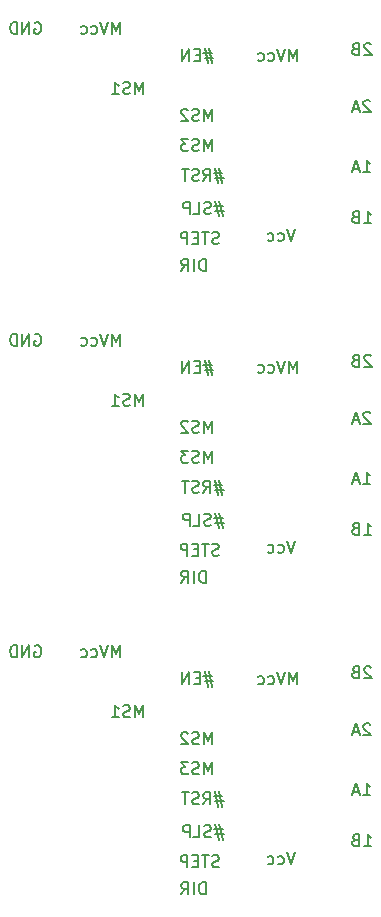
<source format=gbr>
%TF.GenerationSoftware,KiCad,Pcbnew,(6.0.11)*%
%TF.CreationDate,2023-02-22T21:13:02+09:00*%
%TF.ProjectId,panel,70616e65-6c2e-46b6-9963-61645f706362,rev?*%
%TF.SameCoordinates,Original*%
%TF.FileFunction,Legend,Bot*%
%TF.FilePolarity,Positive*%
%FSLAX46Y46*%
G04 Gerber Fmt 4.6, Leading zero omitted, Abs format (unit mm)*
G04 Created by KiCad (PCBNEW (6.0.11)) date 2023-02-22 21:13:02*
%MOMM*%
%LPD*%
G01*
G04 APERTURE LIST*
%ADD10C,0.150000*%
G04 APERTURE END LIST*
D10*
X153746476Y-96063714D02*
X153032190Y-96063714D01*
X153460761Y-95635142D02*
X153746476Y-96920857D01*
X153127428Y-96492285D02*
X153841714Y-96492285D01*
X153413142Y-96920857D02*
X153127428Y-95635142D01*
X152746476Y-96682761D02*
X152603619Y-96730380D01*
X152365523Y-96730380D01*
X152270285Y-96682761D01*
X152222666Y-96635142D01*
X152175047Y-96539904D01*
X152175047Y-96444666D01*
X152222666Y-96349428D01*
X152270285Y-96301809D01*
X152365523Y-96254190D01*
X152556000Y-96206571D01*
X152651238Y-96158952D01*
X152698857Y-96111333D01*
X152746476Y-96016095D01*
X152746476Y-95920857D01*
X152698857Y-95825619D01*
X152651238Y-95778000D01*
X152556000Y-95730380D01*
X152317904Y-95730380D01*
X152175047Y-95778000D01*
X151270285Y-96730380D02*
X151746476Y-96730380D01*
X151746476Y-95730380D01*
X150936952Y-96730380D02*
X150936952Y-95730380D01*
X150556000Y-95730380D01*
X150460761Y-95778000D01*
X150413142Y-95825619D01*
X150365523Y-95920857D01*
X150365523Y-96063714D01*
X150413142Y-96158952D01*
X150460761Y-96206571D01*
X150556000Y-96254190D01*
X150936952Y-96254190D01*
X153746476Y-43295714D02*
X153032190Y-43295714D01*
X153460761Y-42867142D02*
X153746476Y-44152857D01*
X153127428Y-43724285D02*
X153841714Y-43724285D01*
X153413142Y-44152857D02*
X153127428Y-42867142D01*
X152746476Y-43914761D02*
X152603619Y-43962380D01*
X152365523Y-43962380D01*
X152270285Y-43914761D01*
X152222666Y-43867142D01*
X152175047Y-43771904D01*
X152175047Y-43676666D01*
X152222666Y-43581428D01*
X152270285Y-43533809D01*
X152365523Y-43486190D01*
X152556000Y-43438571D01*
X152651238Y-43390952D01*
X152698857Y-43343333D01*
X152746476Y-43248095D01*
X152746476Y-43152857D01*
X152698857Y-43057619D01*
X152651238Y-43010000D01*
X152556000Y-42962380D01*
X152317904Y-42962380D01*
X152175047Y-43010000D01*
X151270285Y-43962380D02*
X151746476Y-43962380D01*
X151746476Y-42962380D01*
X150936952Y-43962380D02*
X150936952Y-42962380D01*
X150556000Y-42962380D01*
X150460761Y-43010000D01*
X150413142Y-43057619D01*
X150365523Y-43152857D01*
X150365523Y-43295714D01*
X150413142Y-43390952D01*
X150460761Y-43438571D01*
X150556000Y-43486190D01*
X150936952Y-43486190D01*
X153746476Y-69679714D02*
X153032190Y-69679714D01*
X153460761Y-69251142D02*
X153746476Y-70536857D01*
X153127428Y-70108285D02*
X153841714Y-70108285D01*
X153413142Y-70536857D02*
X153127428Y-69251142D01*
X152746476Y-70298761D02*
X152603619Y-70346380D01*
X152365523Y-70346380D01*
X152270285Y-70298761D01*
X152222666Y-70251142D01*
X152175047Y-70155904D01*
X152175047Y-70060666D01*
X152222666Y-69965428D01*
X152270285Y-69917809D01*
X152365523Y-69870190D01*
X152556000Y-69822571D01*
X152651238Y-69774952D01*
X152698857Y-69727333D01*
X152746476Y-69632095D01*
X152746476Y-69536857D01*
X152698857Y-69441619D01*
X152651238Y-69394000D01*
X152556000Y-69346380D01*
X152317904Y-69346380D01*
X152175047Y-69394000D01*
X151270285Y-70346380D02*
X151746476Y-70346380D01*
X151746476Y-69346380D01*
X150936952Y-70346380D02*
X150936952Y-69346380D01*
X150556000Y-69346380D01*
X150460761Y-69394000D01*
X150413142Y-69441619D01*
X150365523Y-69536857D01*
X150365523Y-69679714D01*
X150413142Y-69774952D01*
X150460761Y-69822571D01*
X150556000Y-69870190D01*
X150936952Y-69870190D01*
X165660857Y-40406380D02*
X166232285Y-40406380D01*
X165946571Y-40406380D02*
X165946571Y-39406380D01*
X166041809Y-39549238D01*
X166137047Y-39644476D01*
X166232285Y-39692095D01*
X165279904Y-40120666D02*
X164803714Y-40120666D01*
X165375142Y-40406380D02*
X165041809Y-39406380D01*
X164708476Y-40406380D01*
X165660857Y-93174380D02*
X166232285Y-93174380D01*
X165946571Y-93174380D02*
X165946571Y-92174380D01*
X166041809Y-92317238D01*
X166137047Y-92412476D01*
X166232285Y-92460095D01*
X165279904Y-92888666D02*
X164803714Y-92888666D01*
X165375142Y-93174380D02*
X165041809Y-92174380D01*
X164708476Y-93174380D01*
X165660857Y-66790380D02*
X166232285Y-66790380D01*
X165946571Y-66790380D02*
X165946571Y-65790380D01*
X166041809Y-65933238D01*
X166137047Y-66028476D01*
X166232285Y-66076095D01*
X165279904Y-66504666D02*
X164803714Y-66504666D01*
X165375142Y-66790380D02*
X165041809Y-65790380D01*
X164708476Y-66790380D01*
X145039047Y-81490380D02*
X145039047Y-80490380D01*
X144705714Y-81204666D01*
X144372380Y-80490380D01*
X144372380Y-81490380D01*
X144039047Y-80490380D02*
X143705714Y-81490380D01*
X143372380Y-80490380D01*
X142610476Y-81442761D02*
X142705714Y-81490380D01*
X142896190Y-81490380D01*
X142991428Y-81442761D01*
X143039047Y-81395142D01*
X143086666Y-81299904D01*
X143086666Y-81014190D01*
X143039047Y-80918952D01*
X142991428Y-80871333D01*
X142896190Y-80823714D01*
X142705714Y-80823714D01*
X142610476Y-80871333D01*
X141753333Y-81442761D02*
X141848571Y-81490380D01*
X142039047Y-81490380D01*
X142134285Y-81442761D01*
X142181904Y-81395142D01*
X142229523Y-81299904D01*
X142229523Y-81014190D01*
X142181904Y-80918952D01*
X142134285Y-80871333D01*
X142039047Y-80823714D01*
X141848571Y-80823714D01*
X141753333Y-80871333D01*
X145039047Y-55106380D02*
X145039047Y-54106380D01*
X144705714Y-54820666D01*
X144372380Y-54106380D01*
X144372380Y-55106380D01*
X144039047Y-54106380D02*
X143705714Y-55106380D01*
X143372380Y-54106380D01*
X142610476Y-55058761D02*
X142705714Y-55106380D01*
X142896190Y-55106380D01*
X142991428Y-55058761D01*
X143039047Y-55011142D01*
X143086666Y-54915904D01*
X143086666Y-54630190D01*
X143039047Y-54534952D01*
X142991428Y-54487333D01*
X142896190Y-54439714D01*
X142705714Y-54439714D01*
X142610476Y-54487333D01*
X141753333Y-55058761D02*
X141848571Y-55106380D01*
X142039047Y-55106380D01*
X142134285Y-55058761D01*
X142181904Y-55011142D01*
X142229523Y-54915904D01*
X142229523Y-54630190D01*
X142181904Y-54534952D01*
X142134285Y-54487333D01*
X142039047Y-54439714D01*
X141848571Y-54439714D01*
X141753333Y-54487333D01*
X145039047Y-28722380D02*
X145039047Y-27722380D01*
X144705714Y-28436666D01*
X144372380Y-27722380D01*
X144372380Y-28722380D01*
X144039047Y-27722380D02*
X143705714Y-28722380D01*
X143372380Y-27722380D01*
X142610476Y-28674761D02*
X142705714Y-28722380D01*
X142896190Y-28722380D01*
X142991428Y-28674761D01*
X143039047Y-28627142D01*
X143086666Y-28531904D01*
X143086666Y-28246190D01*
X143039047Y-28150952D01*
X142991428Y-28103333D01*
X142896190Y-28055714D01*
X142705714Y-28055714D01*
X142610476Y-28103333D01*
X141753333Y-28674761D02*
X141848571Y-28722380D01*
X142039047Y-28722380D01*
X142134285Y-28674761D01*
X142181904Y-28627142D01*
X142229523Y-28531904D01*
X142229523Y-28246190D01*
X142181904Y-28150952D01*
X142134285Y-28103333D01*
X142039047Y-28055714D01*
X141848571Y-28055714D01*
X141753333Y-28103333D01*
X152833714Y-36088380D02*
X152833714Y-35088380D01*
X152500380Y-35802666D01*
X152167047Y-35088380D01*
X152167047Y-36088380D01*
X151738476Y-36040761D02*
X151595619Y-36088380D01*
X151357523Y-36088380D01*
X151262285Y-36040761D01*
X151214666Y-35993142D01*
X151167047Y-35897904D01*
X151167047Y-35802666D01*
X151214666Y-35707428D01*
X151262285Y-35659809D01*
X151357523Y-35612190D01*
X151548000Y-35564571D01*
X151643238Y-35516952D01*
X151690857Y-35469333D01*
X151738476Y-35374095D01*
X151738476Y-35278857D01*
X151690857Y-35183619D01*
X151643238Y-35136000D01*
X151548000Y-35088380D01*
X151309904Y-35088380D01*
X151167047Y-35136000D01*
X150786095Y-35183619D02*
X150738476Y-35136000D01*
X150643238Y-35088380D01*
X150405142Y-35088380D01*
X150309904Y-35136000D01*
X150262285Y-35183619D01*
X150214666Y-35278857D01*
X150214666Y-35374095D01*
X150262285Y-35516952D01*
X150833714Y-36088380D01*
X150214666Y-36088380D01*
X152833714Y-62472380D02*
X152833714Y-61472380D01*
X152500380Y-62186666D01*
X152167047Y-61472380D01*
X152167047Y-62472380D01*
X151738476Y-62424761D02*
X151595619Y-62472380D01*
X151357523Y-62472380D01*
X151262285Y-62424761D01*
X151214666Y-62377142D01*
X151167047Y-62281904D01*
X151167047Y-62186666D01*
X151214666Y-62091428D01*
X151262285Y-62043809D01*
X151357523Y-61996190D01*
X151548000Y-61948571D01*
X151643238Y-61900952D01*
X151690857Y-61853333D01*
X151738476Y-61758095D01*
X151738476Y-61662857D01*
X151690857Y-61567619D01*
X151643238Y-61520000D01*
X151548000Y-61472380D01*
X151309904Y-61472380D01*
X151167047Y-61520000D01*
X150786095Y-61567619D02*
X150738476Y-61520000D01*
X150643238Y-61472380D01*
X150405142Y-61472380D01*
X150309904Y-61520000D01*
X150262285Y-61567619D01*
X150214666Y-61662857D01*
X150214666Y-61758095D01*
X150262285Y-61900952D01*
X150833714Y-62472380D01*
X150214666Y-62472380D01*
X152833714Y-88856380D02*
X152833714Y-87856380D01*
X152500380Y-88570666D01*
X152167047Y-87856380D01*
X152167047Y-88856380D01*
X151738476Y-88808761D02*
X151595619Y-88856380D01*
X151357523Y-88856380D01*
X151262285Y-88808761D01*
X151214666Y-88761142D01*
X151167047Y-88665904D01*
X151167047Y-88570666D01*
X151214666Y-88475428D01*
X151262285Y-88427809D01*
X151357523Y-88380190D01*
X151548000Y-88332571D01*
X151643238Y-88284952D01*
X151690857Y-88237333D01*
X151738476Y-88142095D01*
X151738476Y-88046857D01*
X151690857Y-87951619D01*
X151643238Y-87904000D01*
X151548000Y-87856380D01*
X151309904Y-87856380D01*
X151167047Y-87904000D01*
X150786095Y-87951619D02*
X150738476Y-87904000D01*
X150643238Y-87856380D01*
X150405142Y-87856380D01*
X150309904Y-87904000D01*
X150262285Y-87951619D01*
X150214666Y-88046857D01*
X150214666Y-88142095D01*
X150262285Y-88284952D01*
X150833714Y-88856380D01*
X150214666Y-88856380D01*
X152833714Y-30341714D02*
X152119428Y-30341714D01*
X152548000Y-29913142D02*
X152833714Y-31198857D01*
X152214666Y-30770285D02*
X152928952Y-30770285D01*
X152500380Y-31198857D02*
X152214666Y-29913142D01*
X151786095Y-30484571D02*
X151452761Y-30484571D01*
X151309904Y-31008380D02*
X151786095Y-31008380D01*
X151786095Y-30008380D01*
X151309904Y-30008380D01*
X150881333Y-31008380D02*
X150881333Y-30008380D01*
X150309904Y-31008380D01*
X150309904Y-30008380D01*
X152833714Y-83109714D02*
X152119428Y-83109714D01*
X152548000Y-82681142D02*
X152833714Y-83966857D01*
X152214666Y-83538285D02*
X152928952Y-83538285D01*
X152500380Y-83966857D02*
X152214666Y-82681142D01*
X151786095Y-83252571D02*
X151452761Y-83252571D01*
X151309904Y-83776380D02*
X151786095Y-83776380D01*
X151786095Y-82776380D01*
X151309904Y-82776380D01*
X150881333Y-83776380D02*
X150881333Y-82776380D01*
X150309904Y-83776380D01*
X150309904Y-82776380D01*
X152833714Y-56725714D02*
X152119428Y-56725714D01*
X152548000Y-56297142D02*
X152833714Y-57582857D01*
X152214666Y-57154285D02*
X152928952Y-57154285D01*
X152500380Y-57582857D02*
X152214666Y-56297142D01*
X151786095Y-56868571D02*
X151452761Y-56868571D01*
X151309904Y-57392380D02*
X151786095Y-57392380D01*
X151786095Y-56392380D01*
X151309904Y-56392380D01*
X150881333Y-57392380D02*
X150881333Y-56392380D01*
X150309904Y-57392380D01*
X150309904Y-56392380D01*
X153421047Y-99222761D02*
X153278190Y-99270380D01*
X153040095Y-99270380D01*
X152944857Y-99222761D01*
X152897238Y-99175142D01*
X152849619Y-99079904D01*
X152849619Y-98984666D01*
X152897238Y-98889428D01*
X152944857Y-98841809D01*
X153040095Y-98794190D01*
X153230571Y-98746571D01*
X153325809Y-98698952D01*
X153373428Y-98651333D01*
X153421047Y-98556095D01*
X153421047Y-98460857D01*
X153373428Y-98365619D01*
X153325809Y-98318000D01*
X153230571Y-98270380D01*
X152992476Y-98270380D01*
X152849619Y-98318000D01*
X152563904Y-98270380D02*
X151992476Y-98270380D01*
X152278190Y-99270380D02*
X152278190Y-98270380D01*
X151659142Y-98746571D02*
X151325809Y-98746571D01*
X151182952Y-99270380D02*
X151659142Y-99270380D01*
X151659142Y-98270380D01*
X151182952Y-98270380D01*
X150754380Y-99270380D02*
X150754380Y-98270380D01*
X150373428Y-98270380D01*
X150278190Y-98318000D01*
X150230571Y-98365619D01*
X150182952Y-98460857D01*
X150182952Y-98603714D01*
X150230571Y-98698952D01*
X150278190Y-98746571D01*
X150373428Y-98794190D01*
X150754380Y-98794190D01*
X153421047Y-72838761D02*
X153278190Y-72886380D01*
X153040095Y-72886380D01*
X152944857Y-72838761D01*
X152897238Y-72791142D01*
X152849619Y-72695904D01*
X152849619Y-72600666D01*
X152897238Y-72505428D01*
X152944857Y-72457809D01*
X153040095Y-72410190D01*
X153230571Y-72362571D01*
X153325809Y-72314952D01*
X153373428Y-72267333D01*
X153421047Y-72172095D01*
X153421047Y-72076857D01*
X153373428Y-71981619D01*
X153325809Y-71934000D01*
X153230571Y-71886380D01*
X152992476Y-71886380D01*
X152849619Y-71934000D01*
X152563904Y-71886380D02*
X151992476Y-71886380D01*
X152278190Y-72886380D02*
X152278190Y-71886380D01*
X151659142Y-72362571D02*
X151325809Y-72362571D01*
X151182952Y-72886380D02*
X151659142Y-72886380D01*
X151659142Y-71886380D01*
X151182952Y-71886380D01*
X150754380Y-72886380D02*
X150754380Y-71886380D01*
X150373428Y-71886380D01*
X150278190Y-71934000D01*
X150230571Y-71981619D01*
X150182952Y-72076857D01*
X150182952Y-72219714D01*
X150230571Y-72314952D01*
X150278190Y-72362571D01*
X150373428Y-72410190D01*
X150754380Y-72410190D01*
X153421047Y-46454761D02*
X153278190Y-46502380D01*
X153040095Y-46502380D01*
X152944857Y-46454761D01*
X152897238Y-46407142D01*
X152849619Y-46311904D01*
X152849619Y-46216666D01*
X152897238Y-46121428D01*
X152944857Y-46073809D01*
X153040095Y-46026190D01*
X153230571Y-45978571D01*
X153325809Y-45930952D01*
X153373428Y-45883333D01*
X153421047Y-45788095D01*
X153421047Y-45692857D01*
X153373428Y-45597619D01*
X153325809Y-45550000D01*
X153230571Y-45502380D01*
X152992476Y-45502380D01*
X152849619Y-45550000D01*
X152563904Y-45502380D02*
X151992476Y-45502380D01*
X152278190Y-46502380D02*
X152278190Y-45502380D01*
X151659142Y-45978571D02*
X151325809Y-45978571D01*
X151182952Y-46502380D02*
X151659142Y-46502380D01*
X151659142Y-45502380D01*
X151182952Y-45502380D01*
X150754380Y-46502380D02*
X150754380Y-45502380D01*
X150373428Y-45502380D01*
X150278190Y-45550000D01*
X150230571Y-45597619D01*
X150182952Y-45692857D01*
X150182952Y-45835714D01*
X150230571Y-45930952D01*
X150278190Y-45978571D01*
X150373428Y-46026190D01*
X150754380Y-46026190D01*
X152833714Y-38628380D02*
X152833714Y-37628380D01*
X152500380Y-38342666D01*
X152167047Y-37628380D01*
X152167047Y-38628380D01*
X151738476Y-38580761D02*
X151595619Y-38628380D01*
X151357523Y-38628380D01*
X151262285Y-38580761D01*
X151214666Y-38533142D01*
X151167047Y-38437904D01*
X151167047Y-38342666D01*
X151214666Y-38247428D01*
X151262285Y-38199809D01*
X151357523Y-38152190D01*
X151548000Y-38104571D01*
X151643238Y-38056952D01*
X151690857Y-38009333D01*
X151738476Y-37914095D01*
X151738476Y-37818857D01*
X151690857Y-37723619D01*
X151643238Y-37676000D01*
X151548000Y-37628380D01*
X151309904Y-37628380D01*
X151167047Y-37676000D01*
X150833714Y-37628380D02*
X150214666Y-37628380D01*
X150548000Y-38009333D01*
X150405142Y-38009333D01*
X150309904Y-38056952D01*
X150262285Y-38104571D01*
X150214666Y-38199809D01*
X150214666Y-38437904D01*
X150262285Y-38533142D01*
X150309904Y-38580761D01*
X150405142Y-38628380D01*
X150690857Y-38628380D01*
X150786095Y-38580761D01*
X150833714Y-38533142D01*
X152833714Y-91396380D02*
X152833714Y-90396380D01*
X152500380Y-91110666D01*
X152167047Y-90396380D01*
X152167047Y-91396380D01*
X151738476Y-91348761D02*
X151595619Y-91396380D01*
X151357523Y-91396380D01*
X151262285Y-91348761D01*
X151214666Y-91301142D01*
X151167047Y-91205904D01*
X151167047Y-91110666D01*
X151214666Y-91015428D01*
X151262285Y-90967809D01*
X151357523Y-90920190D01*
X151548000Y-90872571D01*
X151643238Y-90824952D01*
X151690857Y-90777333D01*
X151738476Y-90682095D01*
X151738476Y-90586857D01*
X151690857Y-90491619D01*
X151643238Y-90444000D01*
X151548000Y-90396380D01*
X151309904Y-90396380D01*
X151167047Y-90444000D01*
X150833714Y-90396380D02*
X150214666Y-90396380D01*
X150548000Y-90777333D01*
X150405142Y-90777333D01*
X150309904Y-90824952D01*
X150262285Y-90872571D01*
X150214666Y-90967809D01*
X150214666Y-91205904D01*
X150262285Y-91301142D01*
X150309904Y-91348761D01*
X150405142Y-91396380D01*
X150690857Y-91396380D01*
X150786095Y-91348761D01*
X150833714Y-91301142D01*
X152833714Y-65012380D02*
X152833714Y-64012380D01*
X152500380Y-64726666D01*
X152167047Y-64012380D01*
X152167047Y-65012380D01*
X151738476Y-64964761D02*
X151595619Y-65012380D01*
X151357523Y-65012380D01*
X151262285Y-64964761D01*
X151214666Y-64917142D01*
X151167047Y-64821904D01*
X151167047Y-64726666D01*
X151214666Y-64631428D01*
X151262285Y-64583809D01*
X151357523Y-64536190D01*
X151548000Y-64488571D01*
X151643238Y-64440952D01*
X151690857Y-64393333D01*
X151738476Y-64298095D01*
X151738476Y-64202857D01*
X151690857Y-64107619D01*
X151643238Y-64060000D01*
X151548000Y-64012380D01*
X151309904Y-64012380D01*
X151167047Y-64060000D01*
X150833714Y-64012380D02*
X150214666Y-64012380D01*
X150548000Y-64393333D01*
X150405142Y-64393333D01*
X150309904Y-64440952D01*
X150262285Y-64488571D01*
X150214666Y-64583809D01*
X150214666Y-64821904D01*
X150262285Y-64917142D01*
X150309904Y-64964761D01*
X150405142Y-65012380D01*
X150690857Y-65012380D01*
X150786095Y-64964761D01*
X150833714Y-64917142D01*
X166232285Y-87189619D02*
X166184666Y-87142000D01*
X166089428Y-87094380D01*
X165851333Y-87094380D01*
X165756095Y-87142000D01*
X165708476Y-87189619D01*
X165660857Y-87284857D01*
X165660857Y-87380095D01*
X165708476Y-87522952D01*
X166279904Y-88094380D01*
X165660857Y-88094380D01*
X165279904Y-87808666D02*
X164803714Y-87808666D01*
X165375142Y-88094380D02*
X165041809Y-87094380D01*
X164708476Y-88094380D01*
X166232285Y-34421619D02*
X166184666Y-34374000D01*
X166089428Y-34326380D01*
X165851333Y-34326380D01*
X165756095Y-34374000D01*
X165708476Y-34421619D01*
X165660857Y-34516857D01*
X165660857Y-34612095D01*
X165708476Y-34754952D01*
X166279904Y-35326380D01*
X165660857Y-35326380D01*
X165279904Y-35040666D02*
X164803714Y-35040666D01*
X165375142Y-35326380D02*
X165041809Y-34326380D01*
X164708476Y-35326380D01*
X166232285Y-60805619D02*
X166184666Y-60758000D01*
X166089428Y-60710380D01*
X165851333Y-60710380D01*
X165756095Y-60758000D01*
X165708476Y-60805619D01*
X165660857Y-60900857D01*
X165660857Y-60996095D01*
X165708476Y-61138952D01*
X166279904Y-61710380D01*
X165660857Y-61710380D01*
X165279904Y-61424666D02*
X164803714Y-61424666D01*
X165375142Y-61710380D02*
X165041809Y-60710380D01*
X164708476Y-61710380D01*
X152294000Y-48788380D02*
X152294000Y-47788380D01*
X152055904Y-47788380D01*
X151913047Y-47836000D01*
X151817809Y-47931238D01*
X151770190Y-48026476D01*
X151722571Y-48216952D01*
X151722571Y-48359809D01*
X151770190Y-48550285D01*
X151817809Y-48645523D01*
X151913047Y-48740761D01*
X152055904Y-48788380D01*
X152294000Y-48788380D01*
X151294000Y-48788380D02*
X151294000Y-47788380D01*
X150246380Y-48788380D02*
X150579714Y-48312190D01*
X150817809Y-48788380D02*
X150817809Y-47788380D01*
X150436857Y-47788380D01*
X150341619Y-47836000D01*
X150294000Y-47883619D01*
X150246380Y-47978857D01*
X150246380Y-48121714D01*
X150294000Y-48216952D01*
X150341619Y-48264571D01*
X150436857Y-48312190D01*
X150817809Y-48312190D01*
X152294000Y-75172380D02*
X152294000Y-74172380D01*
X152055904Y-74172380D01*
X151913047Y-74220000D01*
X151817809Y-74315238D01*
X151770190Y-74410476D01*
X151722571Y-74600952D01*
X151722571Y-74743809D01*
X151770190Y-74934285D01*
X151817809Y-75029523D01*
X151913047Y-75124761D01*
X152055904Y-75172380D01*
X152294000Y-75172380D01*
X151294000Y-75172380D02*
X151294000Y-74172380D01*
X150246380Y-75172380D02*
X150579714Y-74696190D01*
X150817809Y-75172380D02*
X150817809Y-74172380D01*
X150436857Y-74172380D01*
X150341619Y-74220000D01*
X150294000Y-74267619D01*
X150246380Y-74362857D01*
X150246380Y-74505714D01*
X150294000Y-74600952D01*
X150341619Y-74648571D01*
X150436857Y-74696190D01*
X150817809Y-74696190D01*
X152294000Y-101556380D02*
X152294000Y-100556380D01*
X152055904Y-100556380D01*
X151913047Y-100604000D01*
X151817809Y-100699238D01*
X151770190Y-100794476D01*
X151722571Y-100984952D01*
X151722571Y-101127809D01*
X151770190Y-101318285D01*
X151817809Y-101413523D01*
X151913047Y-101508761D01*
X152055904Y-101556380D01*
X152294000Y-101556380D01*
X151294000Y-101556380D02*
X151294000Y-100556380D01*
X150246380Y-101556380D02*
X150579714Y-101080190D01*
X150817809Y-101556380D02*
X150817809Y-100556380D01*
X150436857Y-100556380D01*
X150341619Y-100604000D01*
X150294000Y-100651619D01*
X150246380Y-100746857D01*
X150246380Y-100889714D01*
X150294000Y-100984952D01*
X150341619Y-101032571D01*
X150436857Y-101080190D01*
X150817809Y-101080190D01*
X146991714Y-33802380D02*
X146991714Y-32802380D01*
X146658380Y-33516666D01*
X146325047Y-32802380D01*
X146325047Y-33802380D01*
X145896476Y-33754761D02*
X145753619Y-33802380D01*
X145515523Y-33802380D01*
X145420285Y-33754761D01*
X145372666Y-33707142D01*
X145325047Y-33611904D01*
X145325047Y-33516666D01*
X145372666Y-33421428D01*
X145420285Y-33373809D01*
X145515523Y-33326190D01*
X145706000Y-33278571D01*
X145801238Y-33230952D01*
X145848857Y-33183333D01*
X145896476Y-33088095D01*
X145896476Y-32992857D01*
X145848857Y-32897619D01*
X145801238Y-32850000D01*
X145706000Y-32802380D01*
X145467904Y-32802380D01*
X145325047Y-32850000D01*
X144372666Y-33802380D02*
X144944095Y-33802380D01*
X144658380Y-33802380D02*
X144658380Y-32802380D01*
X144753619Y-32945238D01*
X144848857Y-33040476D01*
X144944095Y-33088095D01*
X146991714Y-60186380D02*
X146991714Y-59186380D01*
X146658380Y-59900666D01*
X146325047Y-59186380D01*
X146325047Y-60186380D01*
X145896476Y-60138761D02*
X145753619Y-60186380D01*
X145515523Y-60186380D01*
X145420285Y-60138761D01*
X145372666Y-60091142D01*
X145325047Y-59995904D01*
X145325047Y-59900666D01*
X145372666Y-59805428D01*
X145420285Y-59757809D01*
X145515523Y-59710190D01*
X145706000Y-59662571D01*
X145801238Y-59614952D01*
X145848857Y-59567333D01*
X145896476Y-59472095D01*
X145896476Y-59376857D01*
X145848857Y-59281619D01*
X145801238Y-59234000D01*
X145706000Y-59186380D01*
X145467904Y-59186380D01*
X145325047Y-59234000D01*
X144372666Y-60186380D02*
X144944095Y-60186380D01*
X144658380Y-60186380D02*
X144658380Y-59186380D01*
X144753619Y-59329238D01*
X144848857Y-59424476D01*
X144944095Y-59472095D01*
X146991714Y-86570380D02*
X146991714Y-85570380D01*
X146658380Y-86284666D01*
X146325047Y-85570380D01*
X146325047Y-86570380D01*
X145896476Y-86522761D02*
X145753619Y-86570380D01*
X145515523Y-86570380D01*
X145420285Y-86522761D01*
X145372666Y-86475142D01*
X145325047Y-86379904D01*
X145325047Y-86284666D01*
X145372666Y-86189428D01*
X145420285Y-86141809D01*
X145515523Y-86094190D01*
X145706000Y-86046571D01*
X145801238Y-85998952D01*
X145848857Y-85951333D01*
X145896476Y-85856095D01*
X145896476Y-85760857D01*
X145848857Y-85665619D01*
X145801238Y-85618000D01*
X145706000Y-85570380D01*
X145467904Y-85570380D01*
X145325047Y-85618000D01*
X144372666Y-86570380D02*
X144944095Y-86570380D01*
X144658380Y-86570380D02*
X144658380Y-85570380D01*
X144753619Y-85713238D01*
X144848857Y-85808476D01*
X144944095Y-85856095D01*
X166303714Y-29595619D02*
X166256095Y-29548000D01*
X166160857Y-29500380D01*
X165922761Y-29500380D01*
X165827523Y-29548000D01*
X165779904Y-29595619D01*
X165732285Y-29690857D01*
X165732285Y-29786095D01*
X165779904Y-29928952D01*
X166351333Y-30500380D01*
X165732285Y-30500380D01*
X164970380Y-29976571D02*
X164827523Y-30024190D01*
X164779904Y-30071809D01*
X164732285Y-30167047D01*
X164732285Y-30309904D01*
X164779904Y-30405142D01*
X164827523Y-30452761D01*
X164922761Y-30500380D01*
X165303714Y-30500380D01*
X165303714Y-29500380D01*
X164970380Y-29500380D01*
X164875142Y-29548000D01*
X164827523Y-29595619D01*
X164779904Y-29690857D01*
X164779904Y-29786095D01*
X164827523Y-29881333D01*
X164875142Y-29928952D01*
X164970380Y-29976571D01*
X165303714Y-29976571D01*
X166303714Y-82363619D02*
X166256095Y-82316000D01*
X166160857Y-82268380D01*
X165922761Y-82268380D01*
X165827523Y-82316000D01*
X165779904Y-82363619D01*
X165732285Y-82458857D01*
X165732285Y-82554095D01*
X165779904Y-82696952D01*
X166351333Y-83268380D01*
X165732285Y-83268380D01*
X164970380Y-82744571D02*
X164827523Y-82792190D01*
X164779904Y-82839809D01*
X164732285Y-82935047D01*
X164732285Y-83077904D01*
X164779904Y-83173142D01*
X164827523Y-83220761D01*
X164922761Y-83268380D01*
X165303714Y-83268380D01*
X165303714Y-82268380D01*
X164970380Y-82268380D01*
X164875142Y-82316000D01*
X164827523Y-82363619D01*
X164779904Y-82458857D01*
X164779904Y-82554095D01*
X164827523Y-82649333D01*
X164875142Y-82696952D01*
X164970380Y-82744571D01*
X165303714Y-82744571D01*
X166303714Y-55979619D02*
X166256095Y-55932000D01*
X166160857Y-55884380D01*
X165922761Y-55884380D01*
X165827523Y-55932000D01*
X165779904Y-55979619D01*
X165732285Y-56074857D01*
X165732285Y-56170095D01*
X165779904Y-56312952D01*
X166351333Y-56884380D01*
X165732285Y-56884380D01*
X164970380Y-56360571D02*
X164827523Y-56408190D01*
X164779904Y-56455809D01*
X164732285Y-56551047D01*
X164732285Y-56693904D01*
X164779904Y-56789142D01*
X164827523Y-56836761D01*
X164922761Y-56884380D01*
X165303714Y-56884380D01*
X165303714Y-55884380D01*
X164970380Y-55884380D01*
X164875142Y-55932000D01*
X164827523Y-55979619D01*
X164779904Y-56074857D01*
X164779904Y-56170095D01*
X164827523Y-56265333D01*
X164875142Y-56312952D01*
X164970380Y-56360571D01*
X165303714Y-56360571D01*
X165732285Y-44724380D02*
X166303714Y-44724380D01*
X166018000Y-44724380D02*
X166018000Y-43724380D01*
X166113238Y-43867238D01*
X166208476Y-43962476D01*
X166303714Y-44010095D01*
X164970380Y-44200571D02*
X164827523Y-44248190D01*
X164779904Y-44295809D01*
X164732285Y-44391047D01*
X164732285Y-44533904D01*
X164779904Y-44629142D01*
X164827523Y-44676761D01*
X164922761Y-44724380D01*
X165303714Y-44724380D01*
X165303714Y-43724380D01*
X164970380Y-43724380D01*
X164875142Y-43772000D01*
X164827523Y-43819619D01*
X164779904Y-43914857D01*
X164779904Y-44010095D01*
X164827523Y-44105333D01*
X164875142Y-44152952D01*
X164970380Y-44200571D01*
X165303714Y-44200571D01*
X165732285Y-71108380D02*
X166303714Y-71108380D01*
X166018000Y-71108380D02*
X166018000Y-70108380D01*
X166113238Y-70251238D01*
X166208476Y-70346476D01*
X166303714Y-70394095D01*
X164970380Y-70584571D02*
X164827523Y-70632190D01*
X164779904Y-70679809D01*
X164732285Y-70775047D01*
X164732285Y-70917904D01*
X164779904Y-71013142D01*
X164827523Y-71060761D01*
X164922761Y-71108380D01*
X165303714Y-71108380D01*
X165303714Y-70108380D01*
X164970380Y-70108380D01*
X164875142Y-70156000D01*
X164827523Y-70203619D01*
X164779904Y-70298857D01*
X164779904Y-70394095D01*
X164827523Y-70489333D01*
X164875142Y-70536952D01*
X164970380Y-70584571D01*
X165303714Y-70584571D01*
X165732285Y-97492380D02*
X166303714Y-97492380D01*
X166018000Y-97492380D02*
X166018000Y-96492380D01*
X166113238Y-96635238D01*
X166208476Y-96730476D01*
X166303714Y-96778095D01*
X164970380Y-96968571D02*
X164827523Y-97016190D01*
X164779904Y-97063809D01*
X164732285Y-97159047D01*
X164732285Y-97301904D01*
X164779904Y-97397142D01*
X164827523Y-97444761D01*
X164922761Y-97492380D01*
X165303714Y-97492380D01*
X165303714Y-96492380D01*
X164970380Y-96492380D01*
X164875142Y-96540000D01*
X164827523Y-96587619D01*
X164779904Y-96682857D01*
X164779904Y-96778095D01*
X164827523Y-96873333D01*
X164875142Y-96920952D01*
X164970380Y-96968571D01*
X165303714Y-96968571D01*
X153722666Y-66885714D02*
X153008380Y-66885714D01*
X153436952Y-66457142D02*
X153722666Y-67742857D01*
X153103619Y-67314285D02*
X153817904Y-67314285D01*
X153389333Y-67742857D02*
X153103619Y-66457142D01*
X152103619Y-67552380D02*
X152436952Y-67076190D01*
X152675047Y-67552380D02*
X152675047Y-66552380D01*
X152294095Y-66552380D01*
X152198857Y-66600000D01*
X152151238Y-66647619D01*
X152103619Y-66742857D01*
X152103619Y-66885714D01*
X152151238Y-66980952D01*
X152198857Y-67028571D01*
X152294095Y-67076190D01*
X152675047Y-67076190D01*
X151722666Y-67504761D02*
X151579809Y-67552380D01*
X151341714Y-67552380D01*
X151246476Y-67504761D01*
X151198857Y-67457142D01*
X151151238Y-67361904D01*
X151151238Y-67266666D01*
X151198857Y-67171428D01*
X151246476Y-67123809D01*
X151341714Y-67076190D01*
X151532190Y-67028571D01*
X151627428Y-66980952D01*
X151675047Y-66933333D01*
X151722666Y-66838095D01*
X151722666Y-66742857D01*
X151675047Y-66647619D01*
X151627428Y-66600000D01*
X151532190Y-66552380D01*
X151294095Y-66552380D01*
X151151238Y-66600000D01*
X150865523Y-66552380D02*
X150294095Y-66552380D01*
X150579809Y-67552380D02*
X150579809Y-66552380D01*
X153722666Y-93269714D02*
X153008380Y-93269714D01*
X153436952Y-92841142D02*
X153722666Y-94126857D01*
X153103619Y-93698285D02*
X153817904Y-93698285D01*
X153389333Y-94126857D02*
X153103619Y-92841142D01*
X152103619Y-93936380D02*
X152436952Y-93460190D01*
X152675047Y-93936380D02*
X152675047Y-92936380D01*
X152294095Y-92936380D01*
X152198857Y-92984000D01*
X152151238Y-93031619D01*
X152103619Y-93126857D01*
X152103619Y-93269714D01*
X152151238Y-93364952D01*
X152198857Y-93412571D01*
X152294095Y-93460190D01*
X152675047Y-93460190D01*
X151722666Y-93888761D02*
X151579809Y-93936380D01*
X151341714Y-93936380D01*
X151246476Y-93888761D01*
X151198857Y-93841142D01*
X151151238Y-93745904D01*
X151151238Y-93650666D01*
X151198857Y-93555428D01*
X151246476Y-93507809D01*
X151341714Y-93460190D01*
X151532190Y-93412571D01*
X151627428Y-93364952D01*
X151675047Y-93317333D01*
X151722666Y-93222095D01*
X151722666Y-93126857D01*
X151675047Y-93031619D01*
X151627428Y-92984000D01*
X151532190Y-92936380D01*
X151294095Y-92936380D01*
X151151238Y-92984000D01*
X150865523Y-92936380D02*
X150294095Y-92936380D01*
X150579809Y-93936380D02*
X150579809Y-92936380D01*
X153722666Y-40501714D02*
X153008380Y-40501714D01*
X153436952Y-40073142D02*
X153722666Y-41358857D01*
X153103619Y-40930285D02*
X153817904Y-40930285D01*
X153389333Y-41358857D02*
X153103619Y-40073142D01*
X152103619Y-41168380D02*
X152436952Y-40692190D01*
X152675047Y-41168380D02*
X152675047Y-40168380D01*
X152294095Y-40168380D01*
X152198857Y-40216000D01*
X152151238Y-40263619D01*
X152103619Y-40358857D01*
X152103619Y-40501714D01*
X152151238Y-40596952D01*
X152198857Y-40644571D01*
X152294095Y-40692190D01*
X152675047Y-40692190D01*
X151722666Y-41120761D02*
X151579809Y-41168380D01*
X151341714Y-41168380D01*
X151246476Y-41120761D01*
X151198857Y-41073142D01*
X151151238Y-40977904D01*
X151151238Y-40882666D01*
X151198857Y-40787428D01*
X151246476Y-40739809D01*
X151341714Y-40692190D01*
X151532190Y-40644571D01*
X151627428Y-40596952D01*
X151675047Y-40549333D01*
X151722666Y-40454095D01*
X151722666Y-40358857D01*
X151675047Y-40263619D01*
X151627428Y-40216000D01*
X151532190Y-40168380D01*
X151294095Y-40168380D01*
X151151238Y-40216000D01*
X150865523Y-40168380D02*
X150294095Y-40168380D01*
X150579809Y-41168380D02*
X150579809Y-40168380D01*
X160025047Y-31008380D02*
X160025047Y-30008380D01*
X159691714Y-30722666D01*
X159358380Y-30008380D01*
X159358380Y-31008380D01*
X159025047Y-30008380D02*
X158691714Y-31008380D01*
X158358380Y-30008380D01*
X157596476Y-30960761D02*
X157691714Y-31008380D01*
X157882190Y-31008380D01*
X157977428Y-30960761D01*
X158025047Y-30913142D01*
X158072666Y-30817904D01*
X158072666Y-30532190D01*
X158025047Y-30436952D01*
X157977428Y-30389333D01*
X157882190Y-30341714D01*
X157691714Y-30341714D01*
X157596476Y-30389333D01*
X156739333Y-30960761D02*
X156834571Y-31008380D01*
X157025047Y-31008380D01*
X157120285Y-30960761D01*
X157167904Y-30913142D01*
X157215523Y-30817904D01*
X157215523Y-30532190D01*
X157167904Y-30436952D01*
X157120285Y-30389333D01*
X157025047Y-30341714D01*
X156834571Y-30341714D01*
X156739333Y-30389333D01*
X160025047Y-83776380D02*
X160025047Y-82776380D01*
X159691714Y-83490666D01*
X159358380Y-82776380D01*
X159358380Y-83776380D01*
X159025047Y-82776380D02*
X158691714Y-83776380D01*
X158358380Y-82776380D01*
X157596476Y-83728761D02*
X157691714Y-83776380D01*
X157882190Y-83776380D01*
X157977428Y-83728761D01*
X158025047Y-83681142D01*
X158072666Y-83585904D01*
X158072666Y-83300190D01*
X158025047Y-83204952D01*
X157977428Y-83157333D01*
X157882190Y-83109714D01*
X157691714Y-83109714D01*
X157596476Y-83157333D01*
X156739333Y-83728761D02*
X156834571Y-83776380D01*
X157025047Y-83776380D01*
X157120285Y-83728761D01*
X157167904Y-83681142D01*
X157215523Y-83585904D01*
X157215523Y-83300190D01*
X157167904Y-83204952D01*
X157120285Y-83157333D01*
X157025047Y-83109714D01*
X156834571Y-83109714D01*
X156739333Y-83157333D01*
X160025047Y-57392380D02*
X160025047Y-56392380D01*
X159691714Y-57106666D01*
X159358380Y-56392380D01*
X159358380Y-57392380D01*
X159025047Y-56392380D02*
X158691714Y-57392380D01*
X158358380Y-56392380D01*
X157596476Y-57344761D02*
X157691714Y-57392380D01*
X157882190Y-57392380D01*
X157977428Y-57344761D01*
X158025047Y-57297142D01*
X158072666Y-57201904D01*
X158072666Y-56916190D01*
X158025047Y-56820952D01*
X157977428Y-56773333D01*
X157882190Y-56725714D01*
X157691714Y-56725714D01*
X157596476Y-56773333D01*
X156739333Y-57344761D02*
X156834571Y-57392380D01*
X157025047Y-57392380D01*
X157120285Y-57344761D01*
X157167904Y-57297142D01*
X157215523Y-57201904D01*
X157215523Y-56916190D01*
X157167904Y-56820952D01*
X157120285Y-56773333D01*
X157025047Y-56725714D01*
X156834571Y-56725714D01*
X156739333Y-56773333D01*
X159850476Y-45248380D02*
X159517142Y-46248380D01*
X159183809Y-45248380D01*
X158421904Y-46200761D02*
X158517142Y-46248380D01*
X158707619Y-46248380D01*
X158802857Y-46200761D01*
X158850476Y-46153142D01*
X158898095Y-46057904D01*
X158898095Y-45772190D01*
X158850476Y-45676952D01*
X158802857Y-45629333D01*
X158707619Y-45581714D01*
X158517142Y-45581714D01*
X158421904Y-45629333D01*
X157564761Y-46200761D02*
X157660000Y-46248380D01*
X157850476Y-46248380D01*
X157945714Y-46200761D01*
X157993333Y-46153142D01*
X158040952Y-46057904D01*
X158040952Y-45772190D01*
X157993333Y-45676952D01*
X157945714Y-45629333D01*
X157850476Y-45581714D01*
X157660000Y-45581714D01*
X157564761Y-45629333D01*
X159850476Y-71632380D02*
X159517142Y-72632380D01*
X159183809Y-71632380D01*
X158421904Y-72584761D02*
X158517142Y-72632380D01*
X158707619Y-72632380D01*
X158802857Y-72584761D01*
X158850476Y-72537142D01*
X158898095Y-72441904D01*
X158898095Y-72156190D01*
X158850476Y-72060952D01*
X158802857Y-72013333D01*
X158707619Y-71965714D01*
X158517142Y-71965714D01*
X158421904Y-72013333D01*
X157564761Y-72584761D02*
X157660000Y-72632380D01*
X157850476Y-72632380D01*
X157945714Y-72584761D01*
X157993333Y-72537142D01*
X158040952Y-72441904D01*
X158040952Y-72156190D01*
X157993333Y-72060952D01*
X157945714Y-72013333D01*
X157850476Y-71965714D01*
X157660000Y-71965714D01*
X157564761Y-72013333D01*
X159850476Y-98016380D02*
X159517142Y-99016380D01*
X159183809Y-98016380D01*
X158421904Y-98968761D02*
X158517142Y-99016380D01*
X158707619Y-99016380D01*
X158802857Y-98968761D01*
X158850476Y-98921142D01*
X158898095Y-98825904D01*
X158898095Y-98540190D01*
X158850476Y-98444952D01*
X158802857Y-98397333D01*
X158707619Y-98349714D01*
X158517142Y-98349714D01*
X158421904Y-98397333D01*
X157564761Y-98968761D02*
X157660000Y-99016380D01*
X157850476Y-99016380D01*
X157945714Y-98968761D01*
X157993333Y-98921142D01*
X158040952Y-98825904D01*
X158040952Y-98540190D01*
X157993333Y-98444952D01*
X157945714Y-98397333D01*
X157850476Y-98349714D01*
X157660000Y-98349714D01*
X157564761Y-98397333D01*
X137831904Y-27770000D02*
X137927142Y-27722380D01*
X138070000Y-27722380D01*
X138212857Y-27770000D01*
X138308095Y-27865238D01*
X138355714Y-27960476D01*
X138403333Y-28150952D01*
X138403333Y-28293809D01*
X138355714Y-28484285D01*
X138308095Y-28579523D01*
X138212857Y-28674761D01*
X138070000Y-28722380D01*
X137974761Y-28722380D01*
X137831904Y-28674761D01*
X137784285Y-28627142D01*
X137784285Y-28293809D01*
X137974761Y-28293809D01*
X137355714Y-28722380D02*
X137355714Y-27722380D01*
X136784285Y-28722380D01*
X136784285Y-27722380D01*
X136308095Y-28722380D02*
X136308095Y-27722380D01*
X136070000Y-27722380D01*
X135927142Y-27770000D01*
X135831904Y-27865238D01*
X135784285Y-27960476D01*
X135736666Y-28150952D01*
X135736666Y-28293809D01*
X135784285Y-28484285D01*
X135831904Y-28579523D01*
X135927142Y-28674761D01*
X136070000Y-28722380D01*
X136308095Y-28722380D01*
X137831904Y-80538000D02*
X137927142Y-80490380D01*
X138070000Y-80490380D01*
X138212857Y-80538000D01*
X138308095Y-80633238D01*
X138355714Y-80728476D01*
X138403333Y-80918952D01*
X138403333Y-81061809D01*
X138355714Y-81252285D01*
X138308095Y-81347523D01*
X138212857Y-81442761D01*
X138070000Y-81490380D01*
X137974761Y-81490380D01*
X137831904Y-81442761D01*
X137784285Y-81395142D01*
X137784285Y-81061809D01*
X137974761Y-81061809D01*
X137355714Y-81490380D02*
X137355714Y-80490380D01*
X136784285Y-81490380D01*
X136784285Y-80490380D01*
X136308095Y-81490380D02*
X136308095Y-80490380D01*
X136070000Y-80490380D01*
X135927142Y-80538000D01*
X135831904Y-80633238D01*
X135784285Y-80728476D01*
X135736666Y-80918952D01*
X135736666Y-81061809D01*
X135784285Y-81252285D01*
X135831904Y-81347523D01*
X135927142Y-81442761D01*
X136070000Y-81490380D01*
X136308095Y-81490380D01*
X137831904Y-54154000D02*
X137927142Y-54106380D01*
X138070000Y-54106380D01*
X138212857Y-54154000D01*
X138308095Y-54249238D01*
X138355714Y-54344476D01*
X138403333Y-54534952D01*
X138403333Y-54677809D01*
X138355714Y-54868285D01*
X138308095Y-54963523D01*
X138212857Y-55058761D01*
X138070000Y-55106380D01*
X137974761Y-55106380D01*
X137831904Y-55058761D01*
X137784285Y-55011142D01*
X137784285Y-54677809D01*
X137974761Y-54677809D01*
X137355714Y-55106380D02*
X137355714Y-54106380D01*
X136784285Y-55106380D01*
X136784285Y-54106380D01*
X136308095Y-55106380D02*
X136308095Y-54106380D01*
X136070000Y-54106380D01*
X135927142Y-54154000D01*
X135831904Y-54249238D01*
X135784285Y-54344476D01*
X135736666Y-54534952D01*
X135736666Y-54677809D01*
X135784285Y-54868285D01*
X135831904Y-54963523D01*
X135927142Y-55058761D01*
X136070000Y-55106380D01*
X136308095Y-55106380D01*
M02*

</source>
